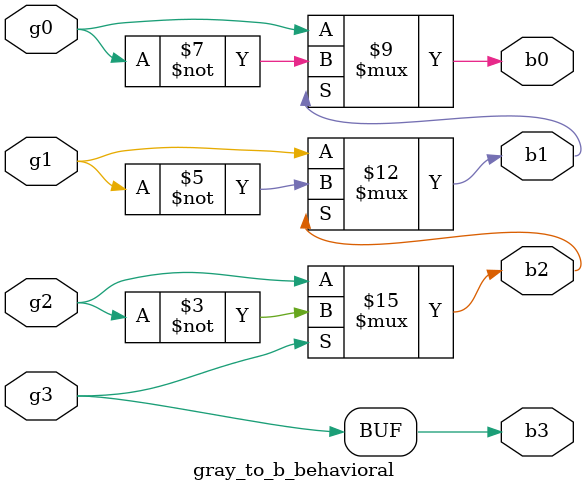
<source format=v>
/*
*	M. Todorov 2021
*/

`timescale 1ns / 1ps

module 	gray_to_b_behavioral 
  	(
		input 		g3,
		input 		g2,
		input 		g1,
		input 		g0,

		output reg	b3,
		output reg  b2,
		output reg  b1,
		output reg  b0
   	);
  
  	
	always @ (g3 or g2 or g1 or g0) begin
	  		
	  					b3 =  g3;

	if (b3 == 1'b1) 	b2 = ~g2;             
	  else				b2 =  g2;
	  
	if (b2 == 1'b1) 	b1 = ~g1;             
	  else				b1 =  g1;
	  
	if (b1 == 1'b1) 	b0 = ~g0;             
	  else				b0 =  g0;
	  
	end


endmodule
</source>
